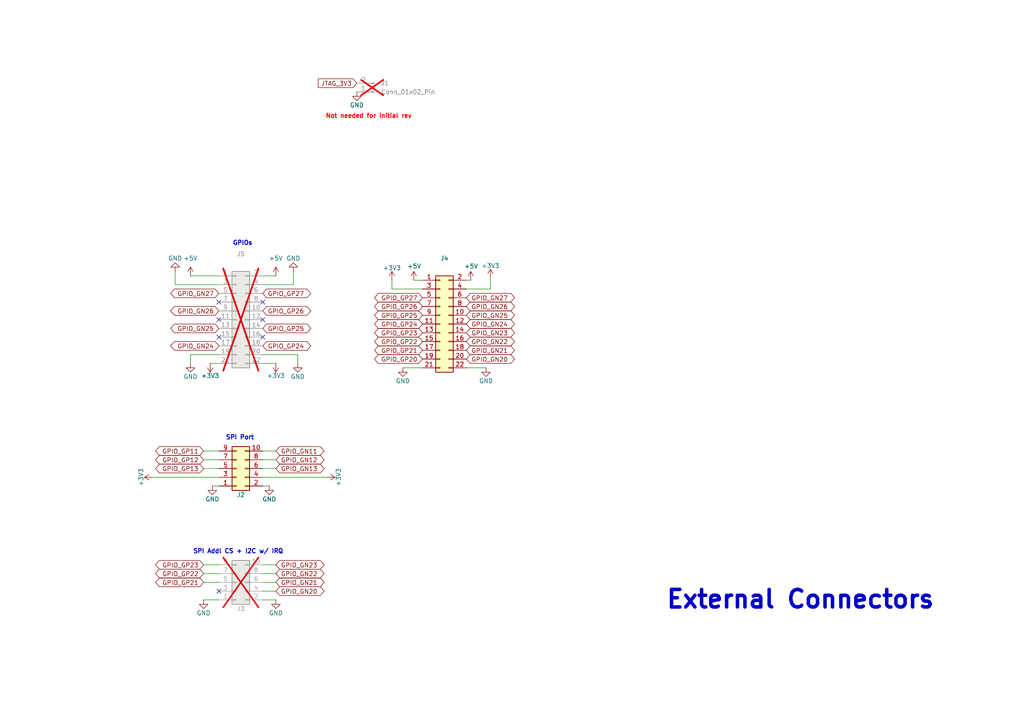
<source format=kicad_sch>
(kicad_sch (version 20231120) (generator "eeschema") (generator_version "8.0")
  (paper "A4")
  (lib_symbols
    (symbol "Connector:Conn_01x02_Pin" (pin_names (offset 1.016) hide)
      (property "Reference" "J" (at 0 2.54 0))
      (property "Value" "Conn_01x02_Pin" (at 0 -5.08 0))
      (symbol "Conn_01x02_Pin_1_1"
        (polyline (pts (xy 1.27 -2.54) (xy 0.8636 -2.54)) (stroke (width 0.1524)))
        (polyline (pts (xy 1.27 0) (xy 0.8636 0)) (stroke (width 0.1524)))
        (rectangle (start 0.8636 -2.413) (end 0 -2.667) (stroke (width 0.1524)) (fill (type outline)))
        (rectangle (start 0.8636 0.127) (end 0 -0.127) (stroke (width 0.1524)) (fill (type outline)))
        (pin passive line (at 5.08 0 180) (length 3.81) (name "Pin_1") (number "1"))
        (pin passive line (at 5.08 -2.54 180) (length 3.81) (name "Pin_2") (number "2"))
      )
    )
    (symbol "Connector_Generic:Conn_02x05_Odd_Even" (pin_names (offset 1.016) hide)
      (property "Reference" "J" (at 1.27 7.62 0))
      (property "Value" "Conn_02x05_Odd_Even" (at 1.27 -7.62 0))
      (symbol "Conn_02x05_Odd_Even_1_1"
        (rectangle (start -1.27 -4.953) (end 0 -5.207) (stroke (width 0.1524)))
        (rectangle (start -1.27 -2.413) (end 0 -2.667) (stroke (width 0.1524)))
        (rectangle (start -1.27 0.127) (end 0 -0.127) (stroke (width 0.1524)))
        (rectangle (start -1.27 2.667) (end 0 2.413) (stroke (width 0.1524)))
        (rectangle (start -1.27 5.207) (end 0 4.953) (stroke (width 0.1524)))
        (rectangle (start -1.27 6.35) (end 3.81 -6.35) (stroke (width 0.254)) (fill (type background)))
        (rectangle (start 3.81 -4.953) (end 2.54 -5.207) (stroke (width 0.1524)))
        (rectangle (start 3.81 -2.413) (end 2.54 -2.667) (stroke (width 0.1524)))
        (rectangle (start 3.81 0.127) (end 2.54 -0.127) (stroke (width 0.1524)))
        (rectangle (start 3.81 2.667) (end 2.54 2.413) (stroke (width 0.1524)))
        (rectangle (start 3.81 5.207) (end 2.54 4.953) (stroke (width 0.1524)))
        (pin passive line (at -5.08 5.08 0) (length 3.81) (name "Pin_1") (number "1"))
        (pin passive line (at 7.62 -5.08 180) (length 3.81) (name "Pin_10") (number "10"))
        (pin passive line (at 7.62 5.08 180) (length 3.81) (name "Pin_2") (number "2"))
        (pin passive line (at -5.08 2.54 0) (length 3.81) (name "Pin_3") (number "3"))
        (pin passive line (at 7.62 2.54 180) (length 3.81) (name "Pin_4") (number "4"))
        (pin passive line (at -5.08 0 0) (length 3.81) (name "Pin_5") (number "5"))
        (pin passive line (at 7.62 0 180) (length 3.81) (name "Pin_6") (number "6"))
        (pin passive line (at -5.08 -2.54 0) (length 3.81) (name "Pin_7") (number "7"))
        (pin passive line (at 7.62 -2.54 180) (length 3.81) (name "Pin_8") (number "8"))
        (pin passive line (at -5.08 -5.08 0) (length 3.81) (name "Pin_9") (number "9"))
      )
    )
    (symbol "Connector_Generic:Conn_02x11_Odd_Even" (pin_names (offset 1.016) hide)
      (property "Reference" "J" (at 1.27 15.24 0))
      (property "Value" "Conn_02x11_Odd_Even" (at 1.27 -15.24 0))
      (symbol "Conn_02x11_Odd_Even_1_1"
        (rectangle (start -1.27 -12.573) (end 0 -12.827) (stroke (width 0.1524)))
        (rectangle (start -1.27 -10.033) (end 0 -10.287) (stroke (width 0.1524)))
        (rectangle (start -1.27 -7.493) (end 0 -7.747) (stroke (width 0.1524)))
        (rectangle (start -1.27 -4.953) (end 0 -5.207) (stroke (width 0.1524)))
        (rectangle (start -1.27 -2.413) (end 0 -2.667) (stroke (width 0.1524)))
        (rectangle (start -1.27 0.127) (end 0 -0.127) (stroke (width 0.1524)))
        (rectangle (start -1.27 2.667) (end 0 2.413) (stroke (width 0.1524)))
        (rectangle (start -1.27 5.207) (end 0 4.953) (stroke (width 0.1524)))
        (rectangle (start -1.27 7.747) (end 0 7.493) (stroke (width 0.1524)))
        (rectangle (start -1.27 10.287) (end 0 10.033) (stroke (width 0.1524)))
        (rectangle (start -1.27 12.827) (end 0 12.573) (stroke (width 0.1524)))
        (rectangle (start -1.27 13.97) (end 3.81 -13.97) (stroke (width 0.254)) (fill (type background)))
        (rectangle (start 3.81 -12.573) (end 2.54 -12.827) (stroke (width 0.1524)))
        (rectangle (start 3.81 -10.033) (end 2.54 -10.287) (stroke (width 0.1524)))
        (rectangle (start 3.81 -7.493) (end 2.54 -7.747) (stroke (width 0.1524)))
        (rectangle (start 3.81 -4.953) (end 2.54 -5.207) (stroke (width 0.1524)))
        (rectangle (start 3.81 -2.413) (end 2.54 -2.667) (stroke (width 0.1524)))
        (rectangle (start 3.81 0.127) (end 2.54 -0.127) (stroke (width 0.1524)))
        (rectangle (start 3.81 2.667) (end 2.54 2.413) (stroke (width 0.1524)))
        (rectangle (start 3.81 5.207) (end 2.54 4.953) (stroke (width 0.1524)))
        (rectangle (start 3.81 7.747) (end 2.54 7.493) (stroke (width 0.1524)))
        (rectangle (start 3.81 10.287) (end 2.54 10.033) (stroke (width 0.1524)))
        (rectangle (start 3.81 12.827) (end 2.54 12.573) (stroke (width 0.1524)))
        (pin passive line (at -5.08 12.7 0) (length 3.81) (name "Pin_1") (number "1"))
        (pin passive line (at 7.62 2.54 180) (length 3.81) (name "Pin_10") (number "10"))
        (pin passive line (at -5.08 0 0) (length 3.81) (name "Pin_11") (number "11"))
        (pin passive line (at 7.62 0 180) (length 3.81) (name "Pin_12") (number "12"))
        (pin passive line (at -5.08 -2.54 0) (length 3.81) (name "Pin_13") (number "13"))
        (pin passive line (at 7.62 -2.54 180) (length 3.81) (name "Pin_14") (number "14"))
        (pin passive line (at -5.08 -5.08 0) (length 3.81) (name "Pin_15") (number "15"))
        (pin passive line (at 7.62 -5.08 180) (length 3.81) (name "Pin_16") (number "16"))
        (pin passive line (at -5.08 -7.62 0) (length 3.81) (name "Pin_17") (number "17"))
        (pin passive line (at 7.62 -7.62 180) (length 3.81) (name "Pin_18") (number "18"))
        (pin passive line (at -5.08 -10.16 0) (length 3.81) (name "Pin_19") (number "19"))
        (pin passive line (at 7.62 12.7 180) (length 3.81) (name "Pin_2") (number "2"))
        (pin passive line (at 7.62 -10.16 180) (length 3.81) (name "Pin_20") (number "20"))
        (pin passive line (at -5.08 -12.7 0) (length 3.81) (name "Pin_21") (number "21"))
        (pin passive line (at 7.62 -12.7 180) (length 3.81) (name "Pin_22") (number "22"))
        (pin passive line (at -5.08 10.16 0) (length 3.81) (name "Pin_3") (number "3"))
        (pin passive line (at 7.62 10.16 180) (length 3.81) (name "Pin_4") (number "4"))
        (pin passive line (at -5.08 7.62 0) (length 3.81) (name "Pin_5") (number "5"))
        (pin passive line (at 7.62 7.62 180) (length 3.81) (name "Pin_6") (number "6"))
        (pin passive line (at -5.08 5.08 0) (length 3.81) (name "Pin_7") (number "7"))
        (pin passive line (at 7.62 5.08 180) (length 3.81) (name "Pin_8") (number "8"))
        (pin passive line (at -5.08 2.54 0) (length 3.81) (name "Pin_9") (number "9"))
      )
    )
    (symbol "power:+3V3" (power) (pin_numbers hide) (pin_names (offset 0) hide)
      (property "Value" "+3V3" (at 0 3.556 0))
      (symbol "+3V3_0_1"
        (polyline (pts (xy -0.762 1.27) (xy 0 2.54)))
        (polyline (pts (xy 0 0) (xy 0 2.54)))
        (polyline (pts (xy 0 2.54) (xy 0.762 1.27)))
      )
      (symbol "+3V3_1_1"
        (pin power_in line (at 0 0 90) (length 0) (name "~") (number "1"))
      )
    )
    (symbol "power:+5V" (power) (pin_numbers hide) (pin_names (offset 0) hide)
      (property "Value" "+5V" (at 0 3.556 0))
      (symbol "+5V_0_1"
        (polyline (pts (xy -0.762 1.27) (xy 0 2.54)))
        (polyline (pts (xy 0 0) (xy 0 2.54)))
        (polyline (pts (xy 0 2.54) (xy 0.762 1.27)))
      )
      (symbol "+5V_1_1"
        (pin power_in line (at 0 0 90) (length 0) (name "~") (number "1"))
      )
    )
    (symbol "power:GND" (power) (pin_numbers hide) (pin_names (offset 0) hide)
      (property "Value" "GND" (at 0 -3.81 0))
      (symbol "GND_0_1"
        (polyline (pts (xy 0 0) (xy 0 -1.27) (xy 1.27 -1.27) (xy 0 -2.54) (xy -1.27 -1.27) (xy 0 -1.27)))
      )
      (symbol "GND_1_1"
        (pin power_in line (at 0 0 270) (length 0) (name "~") (number "1"))
      )
    )
  )
  (no_connect (at 63.5 97.79))
  (no_connect (at 76.2 87.63))
  (no_connect (at 76.2 97.79))
  (no_connect (at 63.5 171.45))
  (no_connect (at 63.5 87.63))
  (no_connect (at 76.2 92.71))
  (no_connect (at 63.5 92.71))
  (wire (pts (xy 116.84 106.68) (xy 122.555 106.68)))
  (wire (pts (xy 120.015 81.28) (xy 122.555 81.28)))
  (wire (pts (xy 80.01 163.83) (xy 76.2 163.83)))
  (wire (pts (xy 94.615 138.43) (xy 76.2 138.43)))
  (wire (pts (xy 80.01 168.91) (xy 76.2 168.91)))
  (wire (pts (xy 55.245 102.87) (xy 63.5 102.87)))
  (wire (pts (xy 113.665 81.28) (xy 113.665 83.82)))
  (wire (pts (xy 142.24 80.645) (xy 142.24 83.82)))
  (wire (pts (xy 59.055 135.89) (xy 63.5 135.89)))
  (wire (pts (xy 59.055 173.99) (xy 63.5 173.99)))
  (wire (pts (xy 78.105 140.97) (xy 76.2 140.97)))
  (wire (pts (xy 86.36 105.41) (xy 86.36 102.87)))
  (wire (pts (xy 85.09 82.55) (xy 76.2 82.55)))
  (wire (pts (xy 85.09 78.74) (xy 85.09 82.55)))
  (wire (pts (xy 76.2 133.35) (xy 80.01 133.35)))
  (wire (pts (xy 80.01 173.99) (xy 76.2 173.99)))
  (wire (pts (xy 76.2 171.45) (xy 80.01 171.45)))
  (wire (pts (xy 61.595 140.97) (xy 63.5 140.97)))
  (wire (pts (xy 136.525 81.28) (xy 135.255 81.28)))
  (wire (pts (xy 59.055 168.91) (xy 63.5 168.91)))
  (wire (pts (xy 59.055 163.83) (xy 63.5 163.83)))
  (wire (pts (xy 80.01 105.41) (xy 76.2 105.41)))
  (wire (pts (xy 76.2 130.81) (xy 80.01 130.81)))
  (wire (pts (xy 59.055 166.37) (xy 63.5 166.37)))
  (wire (pts (xy 140.97 106.68) (xy 135.255 106.68)))
  (wire (pts (xy 86.36 102.87) (xy 76.2 102.87)))
  (wire (pts (xy 80.01 135.89) (xy 76.2 135.89)))
  (wire (pts (xy 55.245 80.01) (xy 63.5 80.01)))
  (wire (pts (xy 142.24 83.82) (xy 135.255 83.82)))
  (wire (pts (xy 80.01 166.37) (xy 76.2 166.37)))
  (wire (pts (xy 50.8 82.55) (xy 63.5 82.55)))
  (wire (pts (xy 44.45 138.43) (xy 63.5 138.43)))
  (wire (pts (xy 59.055 130.81) (xy 63.5 130.81)))
  (wire (pts (xy 60.96 105.41) (xy 63.5 105.41)))
  (wire (pts (xy 76.2 80.01) (xy 80.01 80.01)))
  (wire (pts (xy 55.245 105.41) (xy 55.245 102.87)))
  (wire (pts (xy 59.055 133.35) (xy 63.5 133.35)))
  (wire (pts (xy 113.665 83.82) (xy 122.555 83.82)))
  (wire (pts (xy 50.8 78.74) (xy 50.8 82.55)))
  (text "GPIOs" (at 70.358 70.612 0) (effects (font (size 1.27 1.27) (bold yes))))
  (text "External Connectors" (at 232.156 173.99 0) (effects (font (size 5.08 5.08) (thickness 1.016) (bold yes))))
  (text "Not needed for initial rev" (at 106.934 33.782 0) (effects (font (size 1.27 1.27) (bold yes))))
  (text "SPI Addl CS + I2C w/ IRQ" (at 69.088 160.02 0) (effects (font (size 1.27 1.27) (bold yes))))
  (text "SPI Port" (at 69.596 127 0) (effects (font (size 1.27 1.27) (bold yes))))
  (global_label "GPIO_GP11" (shape bidirectional) (at 59.055 130.81 180) (property "Intersheetrefs" "${INTERSHEET_REFS}" (effects (hide yes))))
  (global_label "GPIO_GP27" (shape bidirectional) (at 76.2 85.09 0) (property "Intersheetrefs" "${INTERSHEET_REFS}" (effects (hide yes))))
  (global_label "GPIO_GP24" (shape bidirectional) (at 76.2 100.33 0) (property "Intersheetrefs" "${INTERSHEET_REFS}" (effects (hide yes))))
  (global_label "JTAG_3V3" (shape input) (at 103.505 24.13 180) (property "Intersheetrefs" "${INTERSHEET_REFS}" (effects (hide yes))))
  (global_label "GPIO_GN26" (shape bidirectional) (at 135.255 88.9 0) (property "Intersheetrefs" "${INTERSHEET_REFS}" (effects (hide yes))))
  (global_label "GPIO_GP21" (shape bidirectional) (at 59.055 168.91 180) (property "Intersheetrefs" "${INTERSHEET_REFS}" (effects (hide yes))))
  (global_label "GPIO_GP22" (shape bidirectional) (at 122.555 99.06 180) (property "Intersheetrefs" "${INTERSHEET_REFS}" (effects (hide yes))))
  (global_label "GPIO_GP13" (shape bidirectional) (at 59.055 135.89 180) (property "Intersheetrefs" "${INTERSHEET_REFS}" (effects (hide yes))))
  (global_label "GPIO_GN27" (shape bidirectional) (at 63.5 85.09 180) (property "Intersheetrefs" "${INTERSHEET_REFS}" (effects (hide yes))))
  (global_label "GPIO_GN25" (shape bidirectional) (at 63.5 95.25 180) (property "Intersheetrefs" "${INTERSHEET_REFS}" (effects (hide yes))))
  (global_label "GPIO_GP22" (shape bidirectional) (at 59.055 166.37 180) (property "Intersheetrefs" "${INTERSHEET_REFS}" (effects (hide yes))))
  (global_label "GPIO_GN13" (shape bidirectional) (at 80.01 135.89 0) (property "Intersheetrefs" "${INTERSHEET_REFS}" (effects (hide yes))))
  (global_label "GPIO_GN27" (shape bidirectional) (at 135.255 86.36 0) (property "Intersheetrefs" "${INTERSHEET_REFS}" (effects (hide yes))))
  (global_label "GPIO_GP21" (shape bidirectional) (at 122.555 101.6 180) (property "Intersheetrefs" "${INTERSHEET_REFS}" (effects (hide yes))))
  (global_label "GPIO_GN23" (shape bidirectional) (at 135.255 96.52 0) (property "Intersheetrefs" "${INTERSHEET_REFS}" (effects (hide yes))))
  (global_label "GPIO_GP26" (shape bidirectional) (at 122.555 88.9 180) (property "Intersheetrefs" "${INTERSHEET_REFS}" (effects (hide yes))))
  (global_label "GPIO_GP27" (shape bidirectional) (at 122.555 86.36 180) (property "Intersheetrefs" "${INTERSHEET_REFS}" (effects (hide yes))))
  (global_label "GPIO_GN22" (shape bidirectional) (at 80.01 166.37 0) (property "Intersheetrefs" "${INTERSHEET_REFS}" (effects (hide yes))))
  (global_label "GPIO_GN12" (shape bidirectional) (at 80.01 133.35 0) (property "Intersheetrefs" "${INTERSHEET_REFS}" (effects (hide yes))))
  (global_label "GPIO_GP24" (shape bidirectional) (at 122.555 93.98 180) (property "Intersheetrefs" "${INTERSHEET_REFS}" (effects (hide yes))))
  (global_label "GPIO_GP25" (shape bidirectional) (at 122.555 91.44 180) (property "Intersheetrefs" "${INTERSHEET_REFS}" (effects (hide yes))))
  (global_label "GPIO_GP26" (shape bidirectional) (at 76.2 90.17 0) (property "Intersheetrefs" "${INTERSHEET_REFS}" (effects (hide yes))))
  (global_label "GPIO_GN23" (shape bidirectional) (at 80.01 163.83 0) (property "Intersheetrefs" "${INTERSHEET_REFS}" (effects (hide yes))))
  (global_label "GPIO_GN21" (shape bidirectional) (at 135.255 101.6 0) (property "Intersheetrefs" "${INTERSHEET_REFS}" (effects (hide yes))))
  (global_label "GPIO_GP12" (shape bidirectional) (at 59.055 133.35 180) (property "Intersheetrefs" "${INTERSHEET_REFS}" (effects (hide yes))))
  (global_label "GPIO_GN11" (shape bidirectional) (at 80.01 130.81 0) (property "Intersheetrefs" "${INTERSHEET_REFS}" (effects (hide yes))))
  (global_label "GPIO_GN26" (shape bidirectional) (at 63.5 90.17 180) (property "Intersheetrefs" "${INTERSHEET_REFS}" (effects (hide yes))))
  (global_label "GPIO_GP25" (shape bidirectional) (at 76.2 95.25 0) (property "Intersheetrefs" "${INTERSHEET_REFS}" (effects (hide yes))))
  (global_label "GPIO_GN24" (shape bidirectional) (at 63.5 100.33 180) (property "Intersheetrefs" "${INTERSHEET_REFS}" (effects (hide yes))))
  (global_label "GPIO_GN20" (shape bidirectional) (at 80.01 171.45 0) (property "Intersheetrefs" "${INTERSHEET_REFS}" (effects (hide yes))))
  (global_label "GPIO_GN21" (shape bidirectional) (at 80.01 168.91 0) (property "Intersheetrefs" "${INTERSHEET_REFS}" (effects (hide yes))))
  (global_label "GPIO_GP23" (shape bidirectional) (at 122.555 96.52 180) (property "Intersheetrefs" "${INTERSHEET_REFS}" (effects (hide yes))))
  (global_label "GPIO_GN22" (shape bidirectional) (at 135.255 99.06 0) (property "Intersheetrefs" "${INTERSHEET_REFS}" (effects (hide yes))))
  (global_label "GPIO_GN24" (shape bidirectional) (at 135.255 93.98 0) (property "Intersheetrefs" "${INTERSHEET_REFS}" (effects (hide yes))))
  (global_label "GPIO_GP23" (shape bidirectional) (at 59.055 163.83 180) (property "Intersheetrefs" "${INTERSHEET_REFS}" (effects (hide yes))))
  (global_label "GPIO_GP20" (shape bidirectional) (at 122.555 104.14 180) (property "Intersheetrefs" "${INTERSHEET_REFS}" (effects (hide yes))))
  (global_label "GPIO_GN20" (shape bidirectional) (at 135.255 104.14 0) (property "Intersheetrefs" "${INTERSHEET_REFS}" (effects (hide yes))))
  (global_label "GPIO_GN25" (shape bidirectional) (at 135.255 91.44 0) (property "Intersheetrefs" "${INTERSHEET_REFS}" (effects (hide yes))))
  (symbol (lib_id "power:+5V") (at 136.525 81.28 0) (unit 1)
    (property "Reference" "#PWR057" (effects (hide yes)))
    (property "Value" "+5V" (at 136.652 77.216 0))
    (property "Description" "Power symbol creates a global label with name \"+5V\"" (effects (hide yes)))
  )
  (symbol (lib_id "power:+3V3") (at 113.665 81.28 0) (unit 1)
    (property "Reference" "#PWR060" (effects (hide yes)))
    (property "Value" "+3V3" (at 113.665 77.724 0))
    (property "Description" "Power symbol creates a global label with name \"+3V3\"" (effects (hide yes)))
  )
  (symbol (lib_id "power:+3V3") (at 94.615 138.43 270) (unit 1)
    (property "Reference" "#PWR042" (effects (hide yes)))
    (property "Value" "+3V3" (at 98.171 138.43 0))
    (property "Description" "Power symbol creates a global label with name \"+3V3\"" (effects (hide yes)))
  )
  (symbol (lib_id "power:+3V3") (at 142.24 80.645 0) (unit 1)
    (property "Reference" "#PWR059" (effects (hide yes)))
    (property "Value" "+3V3" (at 142.24 77.089 0))
    (property "Description" "Power symbol creates a global label with name \"+3V3\"" (effects (hide yes)))
  )
  (symbol (lib_id "power:GND") (at 116.84 106.68 0) (unit 1)
    (property "Reference" "#PWR062" (effects (hide yes)))
    (property "Value" "GND" (at 116.84 110.49 0))
    (property "Description" "Power symbol creates a global label with name \"GND\" , ground" (effects (hide yes)))
  )
  (symbol (lib_id "Connector_Generic:Conn_02x05_Odd_Even") (at 68.58 168.91 0) (mirror x) (unit 1) (in_bom no) (on_board no) (dnp yes)
    (property "Reference" "J3" (at 69.85 176.53 0))
    (property "Value" "Conn_02x05_Odd_Even" (effects (hide yes)))
    (property "Footprint" "Connector_PinSocket_2.54mm:PinSocket_2x05_P2.54mm_Vertical" (effects (hide yes)))
    (property "Description" "Generic connector, double row, 02x05, odd/even pin numbering scheme (row 1 odd numbers, row 2 even numbers), script generated (kicad-library-utils/schlib/autogen/connector/)" (effects (hide yes)))
  )
  (symbol (lib_id "Connector_Generic:Conn_02x11_Odd_Even") (at 127.635 93.98 0) (unit 1)
    (property "Reference" "J4" (at 128.905 74.93 0))
    (property "Value" "Conn_02x11_Odd_Even" (effects (hide yes)))
    (property "Footprint" "Connector_PinHeader_2.54mm:PinHeader_2x11_P2.54mm_Vertical" (effects (hide yes)))
    (property "Description" "Generic connector, double row, 02x11, odd/even pin numbering scheme (row 1 odd numbers, row 2 even numbers), script generated (kicad-library-utils/schlib/autogen/connector/)" (effects (hide yes)))
  )
  (symbol (lib_id "power:+3V3") (at 80.01 105.41 180) (unit 1)
    (property "Reference" "#PWR051" (effects (hide yes)))
    (property "Value" "+3V3" (at 80.01 108.966 0))
    (property "Description" "Power symbol creates a global label with name \"+3V3\"" (effects (hide yes)))
  )
  (symbol (lib_id "power:GND") (at 61.595 140.97 0) (unit 1)
    (property "Reference" "#PWR043" (effects (hide yes)))
    (property "Value" "GND" (at 61.595 144.78 0))
    (property "Description" "Power symbol creates a global label with name \"GND\" , ground" (effects (hide yes)))
  )
  (symbol (lib_id "Connector_Generic:Conn_02x11_Odd_Even") (at 68.58 92.71 0) (unit 1) (in_bom no) (on_board no) (dnp yes)
    (property "Reference" "J5" (at 69.85 73.66 0))
    (property "Value" "Conn_02x11_Odd_Even" (effects (hide yes)))
    (property "Footprint" "Connector_PinHeader_2.54mm:PinHeader_2x11_P2.54mm_Vertical" (effects (hide yes)))
    (property "Description" "Generic connector, double row, 02x11, odd/even pin numbering scheme (row 1 odd numbers, row 2 even numbers), script generated (kicad-library-utils/schlib/autogen/connector/)" (effects (hide yes)))
  )
  (symbol (lib_id "power:GND") (at 50.8 78.74 180) (unit 1)
    (property "Reference" "#PWR054" (effects (hide yes)))
    (property "Value" "GND" (at 50.8 74.93 0))
    (property "Description" "Power symbol creates a global label with name \"GND\" , ground" (effects (hide yes)))
  )
  (symbol (lib_id "power:GND") (at 86.36 105.41 0) (unit 1)
    (property "Reference" "#PWR049" (effects (hide yes)))
    (property "Value" "GND" (at 86.36 109.22 0))
    (property "Description" "Power symbol creates a global label with name \"GND\" , ground" (effects (hide yes)))
  )
  (symbol (lib_id "power:GND") (at 78.105 140.97 0) (unit 1)
    (property "Reference" "#PWR045" (effects (hide yes)))
    (property "Value" "GND" (at 78.105 144.78 0))
    (property "Description" "Power symbol creates a global label with name \"GND\" , ground" (effects (hide yes)))
  )
  (symbol (lib_id "power:GND") (at 140.97 106.68 0) (unit 1)
    (property "Reference" "#PWR058" (effects (hide yes)))
    (property "Value" "GND" (at 140.97 110.49 0))
    (property "Description" "Power symbol creates a global label with name \"GND\" , ground" (effects (hide yes)))
  )
  (symbol (lib_id "power:+5V") (at 55.245 80.01 0) (unit 1)
    (property "Reference" "#PWR052" (effects (hide yes)))
    (property "Value" "+5V" (at 55.245 74.93 0))
    (property "Description" "Power symbol creates a global label with name \"+5V\"" (effects (hide yes)))
  )
  (symbol (lib_id "power:+3V3") (at 44.45 138.43 90) (unit 1)
    (property "Reference" "#PWR044" (effects (hide yes)))
    (property "Value" "+3V3" (at 40.894 138.43 0))
    (property "Description" "Power symbol creates a global label with name \"+3V3\"" (effects (hide yes)))
  )
  (symbol (lib_id "Connector_Generic:Conn_02x05_Odd_Even") (at 68.58 135.89 0) (mirror x) (unit 1)
    (property "Reference" "J2" (at 69.85 143.51 0))
    (property "Value" "Conn_02x05_Odd_Even" (effects (hide yes)))
    (property "Footprint" "Connector_PinSocket_2.54mm:PinSocket_2x05_P2.54mm_Vertical" (effects (hide yes)))
    (property "Description" "Generic connector, double row, 02x05, odd/even pin numbering scheme (row 1 odd numbers, row 2 even numbers), script generated (kicad-library-utils/schlib/autogen/connector/)" (effects (hide yes)))
  )
  (symbol (lib_id "power:+5V") (at 120.015 81.28 0) (unit 1)
    (property "Reference" "#PWR061" (effects (hide yes)))
    (property "Value" "+5V" (at 120.142 77.216 0))
    (property "Description" "Power symbol creates a global label with name \"+5V\"" (effects (hide yes)))
  )
  (symbol (lib_id "power:GND") (at 85.09 78.74 180) (unit 1)
    (property "Reference" "#PWR055" (effects (hide yes)))
    (property "Value" "GND" (at 85.09 74.93 0))
    (property "Description" "Power symbol creates a global label with name \"GND\" , ground" (effects (hide yes)))
  )
  (symbol (lib_id "power:+3V3") (at 60.96 105.41 180) (unit 1)
    (property "Reference" "#PWR050" (effects (hide yes)))
    (property "Value" "+3V3" (at 60.96 108.966 0))
    (property "Description" "Power symbol creates a global label with name \"+3V3\"" (effects (hide yes)))
  )
  (symbol (lib_id "power:GND") (at 80.01 173.99 0) (unit 1)
    (property "Reference" "#PWR046" (effects (hide yes)))
    (property "Value" "GND" (at 80.01 177.8 0))
    (property "Description" "Power symbol creates a global label with name \"GND\" , ground" (effects (hide yes)))
  )
  (symbol (lib_id "power:GND") (at 55.245 105.41 0) (unit 1)
    (property "Reference" "#PWR048" (effects (hide yes)))
    (property "Value" "GND" (at 55.245 109.22 0))
    (property "Description" "Power symbol creates a global label with name \"GND\" , ground" (effects (hide yes)))
  )
  (symbol (lib_id "power:GND") (at 103.505 26.67 0) (unit 1)
    (property "Reference" "#PWR020" (effects (hide yes)))
    (property "Value" "GND" (at 103.505 30.48 0))
    (property "Description" "Power symbol creates a global label with name \"GND\" , ground" (effects (hide yes)))
  )
  (symbol (lib_id "Connector:Conn_01x02_Pin") (at 108.585 26.67 180) (unit 1) (in_bom no) (on_board no) (dnp yes)
    (property "Reference" "J1" (at 110.49 24.1299 0) (effects (justify right)))
    (property "Value" "Conn_01x02_Pin" (at 110.49 26.6699 0) (effects (justify right)))
    (property "Footprint" "Connector_PinHeader_2.54mm:PinHeader_1x02_P2.54mm_Horizontal" (effects (hide yes)))
    (property "Description" "Generic connector, single row, 01x02, script generated" (effects (hide yes)))
  )
  (symbol (lib_id "power:+5V") (at 80.01 80.01 0) (unit 1)
    (property "Reference" "#PWR053" (effects (hide yes)))
    (property "Value" "+5V" (at 80.01 74.93 0))
    (property "Description" "Power symbol creates a global label with name \"+5V\"" (effects (hide yes)))
  )
  (symbol (lib_id "power:GND") (at 59.055 173.99 0) (unit 1)
    (property "Reference" "#PWR047" (effects (hide yes)))
    (property "Value" "GND" (at 59.055 177.8 0))
    (property "Description" "Power symbol creates a global label with name \"GND\" , ground" (effects (hide yes)))
  )
)
</source>
